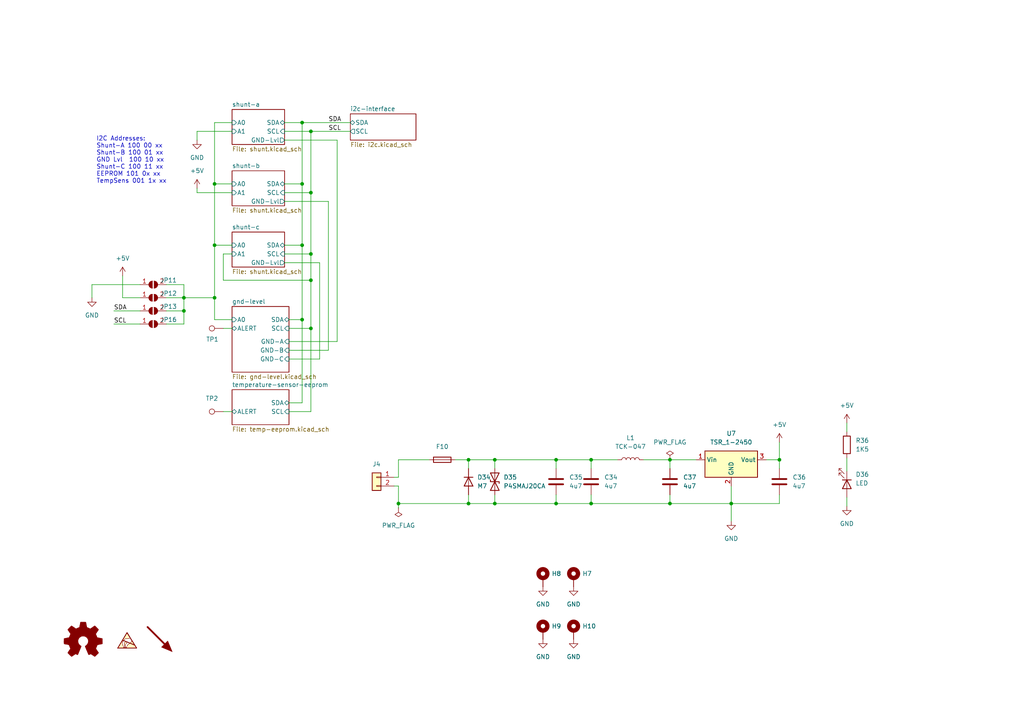
<source format=kicad_sch>
(kicad_sch (version 20211123) (generator eeschema)
  (paper "A4")
  (lib_symbols
    (symbol "Connector:TestPoint" (pin_numbers hide) (pin_names (offset 0.762) hide)
      (property "Reference" "TP" (at 0 6.858 0))
      (property "Value" "TestPoint" (at 0 5.08 0))
      (symbol "TestPoint_0_1"
        (circle (center 0 3.302) (radius 0.762))
      )
      (symbol "TestPoint_1_1"
        (pin passive line (at 0 0 90) (length 2.54) (name "1") (number "1"))
      )
    )
    (symbol "Connector_Generic:Conn_01x02" (pin_names (offset 1.016) hide)
      (property "Reference" "J" (at 0 2.54 0))
      (property "Value" "Conn_01x02" (at 0 -5.08 0))
      (symbol "Conn_01x02_1_1"
        (rectangle (start -1.27 -2.413) (end 0 -2.667) (stroke (width 0.1524)))
        (rectangle (start -1.27 0.127) (end 0 -0.127) (stroke (width 0.1524)))
        (rectangle (start -1.27 1.27) (end 1.27 -3.81) (stroke (width 0.254)) (fill (type background)))
        (pin passive line (at -5.08 0 0) (length 3.81) (name "Pin_1") (number "1"))
        (pin passive line (at -5.08 -2.54 0) (length 3.81) (name "Pin_2") (number "2"))
      )
    )
    (symbol "Device:C" (pin_numbers hide) (pin_names (offset 0.254))
      (property "Reference" "C" (at 0.635 2.54 0))
      (property "Value" "C" (at 0.635 -2.54 0))
      (symbol "C_0_1"
        (polyline (pts (xy -2.032 -0.762) (xy 2.032 -0.762)) (stroke (width 0.508)))
        (polyline (pts (xy -2.032 0.762) (xy 2.032 0.762)) (stroke (width 0.508)))
      )
      (symbol "C_1_1"
        (pin passive line (at 0 3.81 270) (length 2.794) (name "~") (number "1"))
        (pin passive line (at 0 -3.81 90) (length 2.794) (name "~") (number "2"))
      )
    )
    (symbol "Device:D" (pin_numbers hide) (pin_names (offset 1.016) hide)
      (property "Reference" "D" (at 0 2.54 0))
      (property "Value" "D" (at 0 -2.54 0))
      (symbol "D_0_1"
        (polyline (pts (xy -1.27 1.27) (xy -1.27 -1.27)) (stroke (width 0.254)))
        (polyline (pts (xy 1.27 0) (xy -1.27 0)))
        (polyline (pts (xy 1.27 1.27) (xy 1.27 -1.27) (xy -1.27 0) (xy 1.27 1.27)) (stroke (width 0.254)))
      )
      (symbol "D_1_1"
        (pin passive line (at -3.81 0 0) (length 2.54) (name "K") (number "1"))
        (pin passive line (at 3.81 0 180) (length 2.54) (name "A") (number "2"))
      )
    )
    (symbol "Device:D_TVS" (pin_numbers hide) (pin_names (offset 1.016) hide)
      (property "Reference" "D" (at 0 2.54 0))
      (property "Value" "D_TVS" (at 0 -2.54 0))
      (symbol "D_TVS_0_1"
        (polyline (pts (xy 1.27 0) (xy -1.27 0)))
        (polyline (pts (xy 0.508 1.27) (xy 0 1.27) (xy 0 -1.27) (xy -0.508 -1.27)) (stroke (width 0.254)))
        (polyline (pts (xy -2.54 1.27) (xy -2.54 -1.27) (xy 2.54 1.27) (xy 2.54 -1.27) (xy -2.54 1.27)) (stroke (width 0.254)))
      )
      (symbol "D_TVS_1_1"
        (pin passive line (at -3.81 0 0) (length 2.54) (name "A1") (number "1"))
        (pin passive line (at 3.81 0 180) (length 2.54) (name "A2") (number "2"))
      )
    )
    (symbol "Device:Fuse" (pin_numbers hide) (pin_names (offset 0))
      (property "Reference" "F" (at 2.032 0 90))
      (property "Value" "Fuse" (at -1.905 0 90))
      (symbol "Fuse_0_1"
        (rectangle (start -0.762 -2.54) (end 0.762 2.54) (stroke (width 0.254)))
        (polyline (pts (xy 0 2.54) (xy 0 -2.54)))
      )
      (symbol "Fuse_1_1"
        (pin passive line (at 0 3.81 270) (length 1.27) (name "~") (number "1"))
        (pin passive line (at 0 -3.81 90) (length 1.27) (name "~") (number "2"))
      )
    )
    (symbol "Device:L" (pin_numbers hide) (pin_names (offset 1.016) hide)
      (property "Reference" "L" (at -1.27 0 90))
      (property "Value" "L" (at 1.905 0 90))
      (symbol "L_0_1"
        (arc (start 0 -2.54) (mid 0.635 -1.905) (end 0 -1.27))
        (arc (start 0 -1.27) (mid 0.635 -0.635) (end 0 0))
        (arc (start 0 0) (mid 0.635 0.635) (end 0 1.27))
        (arc (start 0 1.27) (mid 0.635 1.905) (end 0 2.54))
      )
      (symbol "L_1_1"
        (pin passive line (at 0 3.81 270) (length 1.27) (name "1") (number "1"))
        (pin passive line (at 0 -3.81 90) (length 1.27) (name "2") (number "2"))
      )
    )
    (symbol "Device:LED" (pin_numbers hide) (pin_names (offset 1.016) hide)
      (property "Reference" "D" (at 0 2.54 0))
      (property "Value" "LED" (at 0 -2.54 0))
      (symbol "LED_0_1"
        (polyline (pts (xy -1.27 -1.27) (xy -1.27 1.27)) (stroke (width 0.254)))
        (polyline (pts (xy -1.27 0) (xy 1.27 0)))
        (polyline (pts (xy 1.27 -1.27) (xy 1.27 1.27) (xy -1.27 0) (xy 1.27 -1.27)) (stroke (width 0.254)))
        (polyline (pts (xy -3.048 -0.762) (xy -4.572 -2.286) (xy -3.81 -2.286) (xy -4.572 -2.286) (xy -4.572 -1.524)))
        (polyline (pts (xy -1.778 -0.762) (xy -3.302 -2.286) (xy -2.54 -2.286) (xy -3.302 -2.286) (xy -3.302 -1.524)))
      )
      (symbol "LED_1_1"
        (pin passive line (at -3.81 0 0) (length 2.54) (name "K") (number "1"))
        (pin passive line (at 3.81 0 180) (length 2.54) (name "A") (number "2"))
      )
    )
    (symbol "Device:R" (pin_numbers hide) (pin_names (offset 0))
      (property "Reference" "R" (at 2.032 0 90))
      (property "Value" "R" (at 0 0 90))
      (symbol "R_0_1"
        (rectangle (start -1.016 -2.54) (end 1.016 2.54) (stroke (width 0.254)))
      )
      (symbol "R_1_1"
        (pin passive line (at 0 3.81 270) (length 1.27) (name "~") (number "1"))
        (pin passive line (at 0 -3.81 90) (length 1.27) (name "~") (number "2"))
      )
    )
    (symbol "Graphic:Logo_Open_Hardware_Small" (pin_names (offset 1.016))
      (symbol "Logo_Open_Hardware_Small_0_1"
        (polyline (pts (xy 3.3528 -4.3434) (xy 3.302 -4.318) (xy 3.175 -4.2418) (xy 2.9972 -4.1148) (xy 2.7686 -3.9624) (xy 2.54 -3.81) (xy 2.3622 -3.7084) (xy 2.2352 -3.6068) (xy 2.1844 -3.5814) (xy 2.159 -3.6068) (xy 2.0574 -3.6576) (xy 1.905 -3.7338) (xy 1.8034 -3.7846) (xy 1.6764 -3.8354) (xy 1.6002 -3.8354) (xy 1.6002 -3.8354) (xy 1.5494 -3.7338) (xy 1.4732 -3.5306) (xy 1.3462 -3.302) (xy 1.2446 -3.0226) (xy 1.1176 -2.7178) (xy 0.9652 -2.413) (xy 0.8636 -2.1082) (xy 0.7366 -1.8288) (xy 0.6604 -1.6256) (xy 0.6096 -1.4732) (xy 0.5842 -1.397) (xy 0.5842 -1.397) (xy 0.6604 -1.3208) (xy 0.7874 -1.2446) (xy 1.0414 -1.016) (xy 1.2954 -0.6858) (xy 1.4478 -0.3302) (xy 1.524 0.0762) (xy 1.4732 0.4572) (xy 1.3208 0.8128) (xy 1.0668 1.143) (xy 0.762 1.3716) (xy 0.4064 1.524) (xy 0 1.5748) (xy -0.381 1.5494) (xy -0.7366 1.397) (xy -1.0668 1.143) (xy -1.2192 0.9906) (xy -1.397 0.6604) (xy -1.524 0.3048) (xy -1.524 0.2286) (xy -1.4986 -0.1778) (xy -1.397 -0.5334) (xy -1.1938 -0.8636) (xy -0.9144 -1.143) (xy -0.8636 -1.1684) (xy -0.7366 -1.27) (xy -0.635 -1.3462) (xy -0.5842 -1.397) (xy -1.0668 -2.5908) (xy -1.143 -2.794) (xy -1.2954 -3.1242) (xy -1.397 -3.4036) (xy -1.4986 -3.6322) (xy -1.5748 -3.7846) (xy -1.6002 -3.8354) (xy -1.6002 -3.8354) (xy -1.651 -3.8354) (xy -1.7272 -3.81) (xy -1.905 -3.7338) (xy -2.0066 -3.683) (xy -2.1336 -3.6068) (xy -2.2098 -3.5814) (xy -2.2606 -3.6068) (xy -2.3622 -3.683) (xy -2.54 -3.81) (xy -2.7686 -3.9624) (xy -2.9718 -4.0894) (xy -3.1496 -4.2164) (xy -3.302 -4.318) (xy -3.3528 -4.3434) (xy -3.3782 -4.3434) (xy -3.429 -4.318) (xy -3.5306 -4.2164) (xy -3.7084 -4.064) (xy -3.937 -3.8354) (xy -3.9624 -3.81) (xy -4.1656 -3.6068) (xy -4.318 -3.4544) (xy -4.4196 -3.3274) (xy -4.445 -3.2766) (xy -4.445 -3.2766) (xy -4.4196 -3.2258) (xy -4.318 -3.0734) (xy -4.2164 -2.8956) (xy -4.064 -2.667) (xy -3.6576 -2.0828) (xy -3.8862 -1.5494) (xy -3.937 -1.3716) (xy -4.0386 -1.1684) (xy -4.0894 -1.0414) (xy -4.1148 -0.9652) (xy -4.191 -0.9398) (xy -4.318 -0.9144) (xy -4.5466 -0.8636) (xy -4.8006 -0.8128) (xy -5.0546 -0.7874) (xy -5.2578 -0.7366) (xy -5.4356 -0.7112) (xy -5.5118 -0.6858) (xy -5.5118 -0.6858) (xy -5.5372 -0.635) (xy -5.5372 -0.5588) (xy -5.5372 -0.4318) (xy -5.5626 -0.2286) (xy -5.5626 0.0762) (xy -5.5626 0.127) (xy -5.5372 0.4064) (xy -5.5372 0.635) (xy -5.5372 0.762) (xy -5.5372 0.8382) (xy -5.5372 0.8382) (xy -5.461 0.8382) (xy -5.3086 0.889) (xy -5.08 0.9144) (xy -4.826 0.9652) (xy -4.8006 0.9906) (xy -4.5466 1.0414) (xy -4.318 1.0668) (xy -4.1656 1.1176) (xy -4.0894 1.143) (xy -4.0894 1.143) (xy -4.0386 1.2446) (xy -3.9624 1.4224) (xy -3.8608 1.6256) (xy -3.7846 1.8288) (xy -3.7084 2.0066) (xy -3.6576 2.159) (xy -3.6322 2.2098) (xy -3.6322 2.2098) (xy -3.683 2.286) (xy -3.7592 2.413) (xy -3.8862 2.5908) (xy -4.064 2.8194) (xy -4.064 2.8448) (xy -4.2164 3.0734) (xy -4.3434 3.2512) (xy -4.4196 3.3782) (xy -4.445 3.4544) (xy -4.445 3.4544) (xy -4.3942 3.5052) (xy -4.2926 3.6322) (xy -4.1148 3.81) (xy -3.937 4.0132) (xy -3.8608 4.064) (xy -3.6576 4.2926) (xy -3.5052 4.4196) (xy -3.4036 4.4958) (xy -3.3528 4.5212) (xy -3.3528 4.5212) (xy -3.302 4.4704) (xy -3.1496 4.3688) (xy -2.9718 4.2418) (xy -2.7432 4.0894) (xy -2.7178 4.0894) (xy -2.4892 3.937) (xy -2.3114 3.81) (xy -2.1844 3.7084) (xy -2.1336 3.683) (xy -2.1082 3.683) (xy -2.032 3.7084) (xy -1.8542 3.7592) (xy -1.6764 3.8354) (xy -1.4732 3.937) (xy -1.27 4.0132) (xy -1.143 4.064) (xy -1.0668 4.1148) (xy -1.0668 4.1148) (xy -1.0414 4.191) (xy -1.016 4.3434) (xy -0.9652 4.572) (xy -0.9144 4.8514) (xy -0.889 4.9022) (xy -0.8382 5.1562) (xy -0.8128 5.3848) (xy -0.7874 5.5372) (xy -0.762 5.588) (xy -0.7112 5.6134) (xy -0.5842 5.6134) (xy -0.4064 5.6134) (xy -0.1524 5.6134) (xy 0.0762 5.6134) (xy 0.3302 5.6134) (xy 0.5334 5.6134) (xy 0.6858 5.588) (xy 0.7366 5.588) (xy 0.7366 5.588) (xy 0.762 5.5118) (xy 0.8128 5.334) (xy 0.8382 5.1054) (xy 0.9144 4.826) (xy 0.9144 4.7752) (xy 0.9652 4.5212) (xy 1.016 4.2926) (xy 1.0414 4.1402) (xy 1.0668 4.0894) (xy 1.0668 4.0894) (xy 1.1938 4.0386) (xy 1.3716 3.9624) (xy 1.5748 3.8608) (xy 2.0828 3.6576) (xy 2.7178 4.0894) (xy 2.7686 4.1402) (xy 2.9972 4.2926) (xy 3.175 4.4196) (xy 3.302 4.4958) (xy 3.3782 4.5212) (xy 3.3782 4.5212) (xy 3.429 4.4704) (xy 3.556 4.3434) (xy 3.7338 4.191) (xy 3.9116 3.9878) (xy 4.064 3.8354) (xy 4.2418 3.6576) (xy 4.3434 3.556) (xy 4.4196 3.4798) (xy 4.4196 3.429) (xy 4.4196 3.4036) (xy 4.3942 3.3274) (xy 4.2926 3.2004) (xy 4.1656 2.9972) (xy 4.0132 2.794) (xy 3.8862 2.5908) (xy 3.7592 2.3876) (xy 3.6576 2.2352) (xy 3.6322 2.159) (xy 3.6322 2.1336) (xy 3.683 2.0066) (xy 3.7592 1.8288) (xy 3.8608 1.6002) (xy 4.064 1.1176) (xy 4.3942 1.0414) (xy 4.5974 1.016) (xy 4.8768 0.9652) (xy 5.1308 0.9144) (xy 5.5372 0.8382) (xy 5.5626 -0.6604) (xy 5.4864 -0.6858) (xy 5.4356 -0.6858) (xy 5.2832 -0.7366) (xy 5.0546 -0.762) (xy 4.8006 -0.8128) (xy 4.5974 -0.8636) (xy 4.3688 -0.9144) (xy 4.2164 -0.9398) (xy 4.1402 -0.9398) (xy 4.1148 -0.9652) (xy 4.064 -1.0668) (xy 3.9878 -1.2446) (xy 3.9116 -1.4478) (xy 3.81 -1.651) (xy 3.7338 -1.8542) (xy 3.683 -2.0066) (xy 3.6576 -2.0828) (xy 3.683 -2.1336) (xy 3.7846 -2.2606) (xy 3.8862 -2.4638) (xy 4.0386 -2.667) (xy 4.191 -2.8956) (xy 4.318 -3.0734) (xy 4.3942 -3.2004) (xy 4.445 -3.2766) (xy 4.4196 -3.3274) (xy 4.3434 -3.429) (xy 4.1656 -3.5814) (xy 3.937 -3.8354) (xy 3.8862 -3.8608) (xy 3.683 -4.064) (xy 3.5306 -4.2164) (xy 3.4036 -4.318) (xy 3.3528 -4.3434)) (fill (type outline)))
      )
    )
    (symbol "Graphic:SYM_Arrow45_XLarge" (pin_names (offset 1.016))
      (symbol "SYM_Arrow45_XLarge_0_1"
        (polyline (pts (xy 3.048 -3.048) (xy -3.556 3.556)) (stroke (width 0.508)))
        (polyline (pts (xy 3.556 -3.556) (xy 0.508 -2.286) (xy 2.286 -0.508) (xy 3.556 -3.556)) (fill (type outline)))
      )
    )
    (symbol "Graphic:SYM_ESD_Small" (pin_names (offset 1.016))
      (symbol "SYM_ESD_Small_0_0"
        (polyline (pts (xy -1.27 0.381) (xy 2.159 -1.016)) (stroke (width 0.254)))
        (polyline (pts (xy -2.667 -1.905) (xy 2.794 -1.905) (xy 0 2.54) (xy -2.667 -1.905)) (stroke (width 0.254)))
        (polyline (pts (xy 2.7432 -1.905) (xy 2.7178 -1.8796) (xy 2.6162 -1.6764) (xy 2.5654 -1.6002) (xy 2.4892 -1.4986) (xy 2.4384 -1.3716) (xy 1.7526 -0.2286) (xy 1.7018 -0.127) (xy 1.6256 -0.0508) (xy 1.6002 0.0508) (xy 1.5494 0.1016) (xy 1.4986 0.2032) (xy 1.4732 0.2286) (xy 1.4732 0.2032) (xy 1.4478 0.2032) (xy 1.3208 0.0762) (xy 1.2954 0.0254) (xy 1.2954 -0.0254) (xy 1.27 -0.0762) (xy 1.2446 -0.1524) (xy 1.143 -0.254) (xy 1.0922 -0.3302) (xy 1.0414 -0.3556) (xy 0.9144 -0.4826) (xy 0.762 -0.5842) (xy 0.6604 -0.6604) (xy 0.508 -0.762) (xy 0.4572 -0.8128) (xy 0.3556 -0.8636) (xy 0.3048 -0.9144) (xy 0.2286 -0.9652) (xy 0.0762 -1.1938) (xy 0.0254 -1.2954) (xy -0.0254 -1.4224) (xy -0.0508 -1.4986) (xy -0.1016 -1.5748) (xy -0.127 -1.651) (xy -0.1778 -1.6764) (xy -0.2032 -1.7272) (xy -0.254 -1.7526) (xy -0.4064 -1.7526) (xy -0.4064 -1.7272) (xy -0.4572 -1.7018) (xy -0.4826 -1.6256) (xy -0.508 -1.524) (xy -0.508 -1.0922) (xy -0.4572 -0.889) (xy -0.4064 -0.8128) (xy -0.254 -0.6604) (xy -0.2032 -0.5842) (xy -0.127 -0.5334) (xy -0.1016 -0.4826) (xy -0.0762 -0.4064) (xy -0.0508 -0.3556) (xy -0.0254 -0.3302) (xy -0.0254 -0.2794) (xy 0 -0.2286) (xy -0.0762 -0.1524) (xy -0.127 -0.127) (xy -0.1524 -0.0762) (xy -0.2032 -0.0508) (xy -0.2286 -0.0254) (xy -0.254 -0.0254) (xy -0.3048 -0.0762) (xy -0.3556 -0.1016) (xy -0.4318 -0.127) (xy -0.4826 -0.1524) (xy -0.5588 -0.2286) (xy -0.6096 -0.254) (xy -0.8382 -0.4826) (xy -0.8128 -0.5588) (xy -0.7874 -0.5842) (xy -0.7874 -0.8636) (xy -0.8128 -0.889) (xy -0.8128 -0.9652) (xy -0.762 -1.016) (xy -0.762 -1.0414) (xy -0.6604 -1.2954) (xy -0.6604 -1.5748) (xy -0.6858 -1.6002) (xy -0.6858 -1.6256) (xy -0.7366 -1.7018) (xy -0.8382 -1.7526) (xy -0.9144 -1.7526) (xy -0.9398 -1.7272) (xy -0.9652 -1.6764) (xy -1.016 -1.6002) (xy -1.0414 -1.524) (xy -1.143 -1.27) (xy -1.2192 -1.0414) (xy -1.27 -0.9652) (xy -1.2954 -0.889) (xy -1.3208 -0.8382) (xy -1.3208 -0.8128) (xy -1.3716 -0.7112) (xy -1.397 -0.5842) (xy -1.397 -0.4826) (xy -1.3716 -0.381) (xy -1.3208 -0.254) (xy -1.2954 -0.2032) (xy -1.1938 -0.0508) (xy -1.0414 0.1524) (xy -0.9906 0.2032) (xy -0.9652 0.254) (xy -0.9144 0.3302) (xy -0.889 0.381) (xy -0.8636 0.381) (xy -0.8128 0.508) (xy -0.6096 0.7112) (xy -0.5334 0.7366) (xy -0.508 0.762) (xy -0.4318 0.762) (xy -0.3556 0.7874) (xy -0.2286 0.8128) (xy -0.1016 0.8128) (xy 0.0508 0.8382) (xy 0.2032 0.8382) (xy 0.3048 0.8636) (xy 0.4826 0.8636) (xy 0.5334 0.889) (xy 0.5842 0.889) (xy 0.6858 0.9398) (xy 0.7112 0.9652) (xy 0.762 0.9906) (xy 0.8128 1.0414) (xy 0.8636 1.0668) (xy 0.889 1.1176) (xy 0.9144 1.143) (xy 0.9144 1.1938) (xy 0.889 1.2192) (xy 0.8636 1.27) (xy 0.8128 1.3462) (xy 0.7112 1.5494) (xy 0.635 1.651) (xy 0.5842 1.7526) (xy 0.508 1.8796) (xy 0.4572 1.9558) (xy 0.381 2.0828) (xy 0.3048 2.1844) (xy 0.254 2.286) (xy 0.2032 2.3622) (xy 0.1778 2.4384) (xy 0.1016 2.5146) (xy 0.1016 2.54) (xy 0.0762 2.5654) (xy 0.0762 2.5908) (xy 0.0254 2.5908) (xy 0.0254 2.5654) (xy -0.0254 2.5146) (xy -0.1016 2.3622) (xy -0.254 2.1336) (xy -0.3048 2.032) (xy -0.4572 1.778) (xy -0.5588 1.6256) (xy -0.762 1.27) (xy -0.889 1.0668) (xy -1.016 0.8382) (xy -1.1684 0.6096) (xy -1.3208 0.3302) (xy -1.397 0.2032) (xy -1.524 -0.0254) (xy -1.778 -0.4318) (xy -1.8796 -0.635) (xy -2.0066 -0.8128) (xy -2.1082 -0.9906) (xy -2.2098 -1.143) (xy -2.286 -1.2954) (xy -2.4384 -1.5494) (xy -2.4892 -1.651) (xy -2.5654 -1.7526) (xy -2.5908 -1.8288) (xy -2.6162 -1.8796) (xy -2.6416 -1.905) (xy -2.6416 -1.9304) (xy 2.7432 -1.9304) (xy 2.7432 -1.905)) (stroke (width 0.127)) (fill (type background)))
      )
    )
    (symbol "Jumper:SolderJumper_2_Open" (pin_names (offset 0) hide)
      (property "Reference" "JP" (at 0 2.032 0))
      (property "Value" "SolderJumper_2_Open" (at 0 -2.54 0))
      (symbol "SolderJumper_2_Open_0_1"
        (arc (start -0.254 1.016) (mid -1.27 0) (end -0.254 -1.016))
        (arc (start -0.254 1.016) (mid -1.27 0) (end -0.254 -1.016) (fill (type outline)))
        (polyline (pts (xy -0.254 1.016) (xy -0.254 -1.016)))
        (polyline (pts (xy 0.254 1.016) (xy 0.254 -1.016)))
        (arc (start 0.254 -1.016) (mid 1.27 0) (end 0.254 1.016))
        (arc (start 0.254 -1.016) (mid 1.27 0) (end 0.254 1.016) (fill (type outline)))
      )
      (symbol "SolderJumper_2_Open_1_1"
        (pin passive line (at -3.81 0 0) (length 2.54) (name "A") (number "1"))
        (pin passive line (at 3.81 0 180) (length 2.54) (name "B") (number "2"))
      )
    )
    (symbol "Mechanical:MountingHole_Pad" (pin_numbers hide) (pin_names (offset 1.016) hide)
      (property "Reference" "H" (at 0 6.35 0))
      (property "Value" "MountingHole_Pad" (at 0 4.445 0))
      (symbol "MountingHole_Pad_0_1"
        (circle (center 0 1.27) (radius 1.27) (stroke (width 1.27)))
      )
      (symbol "MountingHole_Pad_1_1"
        (pin input line (at 0 -2.54 90) (length 2.54) (name "1") (number "1"))
      )
    )
    (symbol "Regulator_Switching:TSR_1-2450"
      (property "Reference" "U" (at -7.62 6.35 0))
      (property "Value" "TSR_1-2450" (at -1.27 6.35 0))
      (symbol "TSR_1-2450_0_1"
        (rectangle (start -7.62 5.08) (end 7.62 -2.54) (stroke (width 0.254)) (fill (type background)))
      )
      (symbol "TSR_1-2450_1_1"
        (pin power_in line (at -10.16 2.54 0) (length 2.54) (name "Vin") (number "1"))
        (pin power_in line (at 0 -5.08 90) (length 2.54) (name "GND") (number "2"))
        (pin power_out line (at 10.16 2.54 180) (length 2.54) (name "Vout") (number "3"))
      )
    )
    (symbol "power:+5V" (power) (pin_names (offset 0))
      (property "Value" "+5V" (at 0 3.556 0))
      (symbol "+5V_0_1"
        (polyline (pts (xy -0.762 1.27) (xy 0 2.54)))
        (polyline (pts (xy 0 0) (xy 0 2.54)))
        (polyline (pts (xy 0 2.54) (xy 0.762 1.27)))
      )
      (symbol "+5V_1_1"
        (pin power_in line (at 0 0 90) (length 0) hide (name "+5V") (number "1"))
      )
    )
    (symbol "power:GND" (power) (pin_names (offset 0))
      (property "Value" "GND" (at 0 -3.81 0))
      (symbol "GND_0_1"
        (polyline (pts (xy 0 0) (xy 0 -1.27) (xy 1.27 -1.27) (xy 0 -2.54) (xy -1.27 -1.27) (xy 0 -1.27)))
      )
      (symbol "GND_1_1"
        (pin power_in line (at 0 0 270) (length 0) hide (name "GND") (number "1"))
      )
    )
    (symbol "power:PWR_FLAG" (power) (pin_numbers hide) (pin_names (offset 0) hide)
      (property "Value" "PWR_FLAG" (at 0 3.81 0))
      (symbol "PWR_FLAG_0_0"
        (pin power_out line (at 0 0 90) (length 0) (name "pwr") (number "1"))
      )
      (symbol "PWR_FLAG_0_1"
        (polyline (pts (xy 0 0) (xy 0 1.27) (xy -1.016 1.905) (xy 0 2.54) (xy 1.016 1.905) (xy 0 1.27)))
      )
    )
  )
  (junction (at 161.29 146.05))
  (junction (at 53.34 86.36))
  (junction (at 194.31 133.35))
  (junction (at 143.51 146.05))
  (junction (at 135.89 133.35))
  (junction (at 115.57 146.05))
  (junction (at 212.09 146.05))
  (junction (at 90.17 38.1))
  (junction (at 62.23 71.12))
  (junction (at 194.31 146.05))
  (junction (at 53.34 90.17))
  (junction (at 171.45 146.05))
  (junction (at 90.17 95.25))
  (junction (at 90.17 55.88))
  (junction (at 62.23 86.36))
  (junction (at 87.63 71.12))
  (junction (at 135.89 146.05))
  (junction (at 62.23 53.34))
  (junction (at 161.29 133.35))
  (junction (at 90.17 73.66))
  (junction (at 90.17 81.28))
  (junction (at 143.51 133.35))
  (junction (at 87.63 35.56))
  (junction (at 87.63 53.34))
  (junction (at 226.06 133.35))
  (junction (at 171.45 133.35))
  (junction (at 87.63 92.71))
  (wire (pts (xy 95.25 101.6) (xy 95.25 58.42)))
  (wire (pts (xy 97.79 40.64) (xy 97.79 99.06)))
  (wire (pts (xy 115.57 133.35) (xy 124.46 133.35)))
  (wire (pts (xy 97.79 99.06) (xy 83.82 99.06)))
  (wire (pts (xy 115.57 146.05) (xy 135.89 146.05)))
  (wire (pts (xy 95.25 58.42) (xy 82.55 58.42)))
  (wire (pts (xy 83.82 101.6) (xy 95.25 101.6)))
  (wire (pts (xy 57.15 55.88) (xy 67.31 55.88)))
  (wire (pts (xy 194.31 133.35) (xy 201.93 133.35)))
  (wire (pts (xy 26.67 82.55) (xy 26.67 86.36)))
  (wire (pts (xy 33.02 90.17) (xy 40.64 90.17)))
  (wire (pts (xy 226.06 128.27) (xy 226.06 133.35)))
  (wire (pts (xy 83.82 92.71) (xy 87.63 92.71)))
  (wire (pts (xy 62.23 53.34) (xy 62.23 71.12)))
  (wire (pts (xy 90.17 81.28) (xy 90.17 95.25)))
  (wire (pts (xy 48.26 93.98) (xy 53.34 93.98)))
  (wire (pts (xy 90.17 73.66) (xy 82.55 73.66)))
  (wire (pts (xy 143.51 143.51) (xy 143.51 146.05)))
  (wire (pts (xy 90.17 119.38) (xy 83.82 119.38)))
  (wire (pts (xy 90.17 38.1) (xy 90.17 55.88)))
  (wire (pts (xy 57.15 54.61) (xy 57.15 55.88)))
  (wire (pts (xy 143.51 133.35) (xy 161.29 133.35)))
  (wire (pts (xy 171.45 133.35) (xy 161.29 133.35)))
  (wire (pts (xy 62.23 71.12) (xy 67.31 71.12)))
  (wire (pts (xy 62.23 35.56) (xy 62.23 53.34)))
  (wire (pts (xy 53.34 82.55) (xy 53.34 86.36)))
  (wire (pts (xy 35.56 86.36) (xy 40.64 86.36)))
  (wire (pts (xy 67.31 95.25) (xy 64.77 95.25)))
  (wire (pts (xy 222.25 133.35) (xy 226.06 133.35)))
  (wire (pts (xy 64.77 81.28) (xy 90.17 81.28)))
  (wire (pts (xy 143.51 133.35) (xy 143.51 135.89)))
  (wire (pts (xy 135.89 143.51) (xy 135.89 146.05)))
  (wire (pts (xy 82.55 76.2) (xy 92.71 76.2)))
  (wire (pts (xy 87.63 53.34) (xy 82.55 53.34)))
  (wire (pts (xy 64.77 73.66) (xy 64.77 81.28)))
  (wire (pts (xy 92.71 76.2) (xy 92.71 104.14)))
  (wire (pts (xy 33.02 93.98) (xy 40.64 93.98)))
  (wire (pts (xy 212.09 146.05) (xy 212.09 151.13)))
  (wire (pts (xy 62.23 92.71) (xy 67.31 92.71)))
  (wire (pts (xy 40.64 82.55) (xy 26.67 82.55)))
  (wire (pts (xy 161.29 143.51) (xy 161.29 146.05)))
  (wire (pts (xy 135.89 133.35) (xy 135.89 135.89)))
  (wire (pts (xy 62.23 53.34) (xy 67.31 53.34)))
  (wire (pts (xy 62.23 35.56) (xy 67.31 35.56)))
  (wire (pts (xy 115.57 140.97) (xy 115.57 146.05)))
  (wire (pts (xy 186.69 133.35) (xy 194.31 133.35)))
  (wire (pts (xy 226.06 133.35) (xy 226.06 135.89)))
  (wire (pts (xy 62.23 86.36) (xy 62.23 92.71)))
  (wire (pts (xy 82.55 38.1) (xy 90.17 38.1)))
  (wire (pts (xy 48.26 90.17) (xy 53.34 90.17)))
  (wire (pts (xy 226.06 143.51) (xy 226.06 146.05)))
  (wire (pts (xy 179.07 133.35) (xy 171.45 133.35)))
  (wire (pts (xy 53.34 93.98) (xy 53.34 90.17)))
  (wire (pts (xy 171.45 146.05) (xy 194.31 146.05)))
  (wire (pts (xy 87.63 53.34) (xy 87.63 71.12)))
  (wire (pts (xy 132.08 133.35) (xy 135.89 133.35)))
  (wire (pts (xy 212.09 140.97) (xy 212.09 146.05)))
  (wire (pts (xy 87.63 71.12) (xy 87.63 92.71)))
  (wire (pts (xy 115.57 138.43) (xy 115.57 133.35)))
  (wire (pts (xy 87.63 71.12) (xy 82.55 71.12)))
  (wire (pts (xy 87.63 116.84) (xy 83.82 116.84)))
  (wire (pts (xy 53.34 86.36) (xy 62.23 86.36)))
  (wire (pts (xy 90.17 55.88) (xy 90.17 73.66)))
  (wire (pts (xy 226.06 146.05) (xy 212.09 146.05)))
  (wire (pts (xy 114.3 140.97) (xy 115.57 140.97)))
  (wire (pts (xy 62.23 71.12) (xy 62.23 86.36)))
  (wire (pts (xy 171.45 133.35) (xy 171.45 135.89)))
  (wire (pts (xy 245.618 144.272) (xy 245.618 146.812)))
  (wire (pts (xy 87.63 35.56) (xy 87.63 53.34)))
  (wire (pts (xy 90.17 95.25) (xy 90.17 119.38)))
  (wire (pts (xy 115.57 146.05) (xy 115.57 147.32)))
  (wire (pts (xy 135.89 133.35) (xy 143.51 133.35)))
  (wire (pts (xy 87.63 92.71) (xy 87.63 116.84)))
  (wire (pts (xy 90.17 95.25) (xy 83.82 95.25)))
  (wire (pts (xy 87.63 35.56) (xy 101.6 35.56)))
  (wire (pts (xy 135.89 146.05) (xy 143.51 146.05)))
  (wire (pts (xy 53.34 90.17) (xy 53.34 86.36)))
  (wire (pts (xy 161.29 133.35) (xy 161.29 135.89)))
  (wire (pts (xy 161.29 146.05) (xy 171.45 146.05)))
  (wire (pts (xy 92.71 104.14) (xy 83.82 104.14)))
  (wire (pts (xy 48.26 82.55) (xy 53.34 82.55)))
  (wire (pts (xy 143.51 146.05) (xy 161.29 146.05)))
  (wire (pts (xy 245.618 132.842) (xy 245.618 136.652)))
  (wire (pts (xy 171.45 143.51) (xy 171.45 146.05)))
  (wire (pts (xy 194.31 146.05) (xy 212.09 146.05)))
  (wire (pts (xy 90.17 73.66) (xy 90.17 81.28)))
  (wire (pts (xy 57.15 40.64) (xy 57.15 38.1)))
  (wire (pts (xy 114.3 138.43) (xy 115.57 138.43)))
  (wire (pts (xy 90.17 55.88) (xy 82.55 55.88)))
  (wire (pts (xy 67.31 73.66) (xy 64.77 73.66)))
  (wire (pts (xy 35.56 80.01) (xy 35.56 86.36)))
  (wire (pts (xy 194.31 133.35) (xy 194.31 135.89)))
  (wire (pts (xy 48.26 86.36) (xy 53.34 86.36)))
  (wire (pts (xy 82.55 35.56) (xy 87.63 35.56)))
  (wire (pts (xy 64.77 119.38) (xy 67.31 119.38)))
  (wire (pts (xy 194.31 146.05) (xy 194.31 143.51)))
  (wire (pts (xy 57.15 38.1) (xy 67.31 38.1)))
  (wire (pts (xy 245.618 122.682) (xy 245.618 125.222)))
  (wire (pts (xy 90.17 38.1) (xy 101.6 38.1)))
  (wire (pts (xy 82.55 40.64) (xy 97.79 40.64)))
  (text "I2C Addresses:\nShunt-A 100 00 xx\nShunt-B 100 01 xx\nGND Lvl  100 10 xx\nShunt-C 100 11 xx\nEEPROM 101 0x xx\nTempSens 001 1x xx" (at 27.94 53.34 0) (effects (font (size 1.27 1.27)) (justify left bottom)))
  (label "SDA" (at 33.02 90.17 0))
  (label "SCL" (at 95.25 38.1 0))
  (label "SCL" (at 33.02 93.98 0))
  (label "SDA" (at 95.25 35.56 0))
  (symbol (lib_id "power:GND") (at 26.67 86.36 0) (unit 1)
    (property "Reference" "#PWR01" (effects hide))
    (property "Value" "GND" (at 26.67 91.44 0))
  )
  (symbol (lib_id "Connector:TestPoint") (at 64.77 95.25 90) (unit 1)
    (property "Reference" "TP1" (at 61.595 98.425 90))
    (property "Value" "TestPoint" (effects hide))
    (property "Footprint" "TestPoint:TestPoint_Pad_1.5x1.5mm" (effects hide))
  )
  (symbol (lib_id "Device:C") (at 226.06 139.7 0) (unit 1)
    (property "Reference" "C36" (at 229.87 138.4299 0) (effects (justify left)))
    (property "Value" "4u7" (at 229.87 140.9699 0) (effects (justify left)))
    (property "Footprint" "Capacitor_SMD:C_1206_3216Metric" (effects hide))
  )
  (symbol (lib_id "power:+5V") (at 226.06 128.27 0) (unit 1)
    (property "Reference" "#PWR010" (effects hide))
    (property "Value" "+5V" (at 226.06 123.19 0))
  )
  (symbol (lib_id "Connector_Generic:Conn_01x02") (at 109.22 138.43 0) (mirror y) (unit 1)
    (property "Reference" "J4" (at 109.22 134.62 0))
    (property "Value" "Conn_01x02" (effects hide))
    (property "Footprint" "TerminalBlock_MetzConnect:TerminalBlock_MetzConnect_Type094_RT03502HBLU_1x02_P5.00mm_Horizontal" (effects hide))
  )
  (symbol (lib_id "power:GND") (at 157.48 170.18 0) (unit 1)
    (property "Reference" "#PWR05" (effects hide))
    (property "Value" "GND" (at 157.48 175.26 0))
  )
  (symbol (lib_id "power:GND") (at 57.15 40.64 0) (unit 1)
    (property "Reference" "#PWR03" (effects hide))
    (property "Value" "GND" (at 57.15 45.72 0))
  )
  (symbol (lib_id "Connector:TestPoint") (at 64.77 119.38 90) (unit 1)
    (property "Reference" "TP2" (at 61.468 115.57 90))
    (property "Value" "TestPoint" (effects hide))
    (property "Footprint" "TestPoint:TestPoint_Pad_1.5x1.5mm" (effects hide))
  )
  (symbol (lib_id "power:GND") (at 157.48 185.42 0) (unit 1)
    (property "Reference" "#PWR06" (effects hide))
    (property "Value" "GND" (at 157.48 190.5 0))
  )
  (symbol (lib_id "Device:LED") (at 245.618 140.462 270) (unit 1)
    (property "Reference" "D36" (at 248.158 137.6044 90) (effects (justify left)))
    (property "Value" "LED" (at 248.158 140.1444 90) (effects (justify left)))
    (property "Footprint" "LED_SMD:LED_0603_1608Metric" (effects hide))
  )
  (symbol (lib_id "Graphic:SYM_ESD_Small") (at 36.83 186.055 0) (unit 1) (in_bom no)
    (property "Reference" "LOGO3" (effects hide))
    (property "Value" "SYM_ESD_Small" (effects hide))
    (property "Footprint" "Symbol:ESD-Logo_6.6x6mm_SilkScreen" (effects hide))
  )
  (symbol (lib_id "power:GND") (at 166.37 170.18 0) (unit 1)
    (property "Reference" "#PWR07" (effects hide))
    (property "Value" "GND" (at 166.37 175.26 0))
  )
  (symbol (lib_id "Jumper:SolderJumper_2_Open") (at 44.45 93.98 0) (unit 1)
    (property "Reference" "JP16" (at 48.895 92.71 0))
    (property "Value" "SolderJumper_2_Open" (effects hide))
    (property "Footprint" "Jumper:SolderJumper-2_P1.3mm_Open_TrianglePad1.0x1.5mm" (effects hide))
  )
  (symbol (lib_id "Mechanical:MountingHole_Pad") (at 166.37 167.64 0) (unit 1)
    (property "Reference" "H7" (at 168.91 166.3699 0) (effects (justify left)))
    (property "Value" "MountingHole_Pad" (effects hide))
    (property "Footprint" "MountingHole:MountingHole_3.2mm_M3_Pad_Via" (effects hide))
  )
  (symbol (lib_id "power:+5V") (at 35.56 80.01 0) (unit 1)
    (property "Reference" "#PWR02" (effects hide))
    (property "Value" "+5V" (at 35.56 74.93 0))
  )
  (symbol (lib_id "Device:C") (at 194.31 139.7 0) (unit 1)
    (property "Reference" "C37" (at 198.12 138.4299 0) (effects (justify left)))
    (property "Value" "4u7" (at 198.12 140.9699 0) (effects (justify left)))
    (property "Footprint" "Capacitor_SMD:C_1206_3216Metric" (effects hide))
  )
  (symbol (lib_id "Device:L") (at 182.88 133.35 90) (unit 1)
    (property "Reference" "L1" (at 182.88 127 90))
    (property "Value" "TCK-047" (at 182.88 129.54 90))
    (property "Footprint" "Inductor_SMD:L_TracoPower_TCK-047_5.2x5.8mm" (effects hide))
  )
  (symbol (lib_id "power:GND") (at 166.37 185.42 0) (unit 1)
    (property "Reference" "#PWR08" (effects hide))
    (property "Value" "GND" (at 166.37 190.5 0))
  )
  (symbol (lib_id "power:PWR_FLAG") (at 194.31 133.35 0) (unit 1)
    (property "Reference" "#FLG02" (effects hide))
    (property "Value" "PWR_FLAG" (at 194.31 128.27 0))
  )
  (symbol (lib_id "Regulator_Switching:TSR_1-2450") (at 212.09 135.89 0) (unit 1)
    (property "Reference" "U7" (at 212.09 125.73 0))
    (property "Value" "TSR_1-2450" (at 212.09 128.27 0))
    (property "Footprint" "Converter_DCDC:Converter_DCDC_TRACO_TSR-1_THT" (effects hide))
    (property "Datasheet" "http://www.tracopower.com/products/tsr1.pdf" (effects hide))
  )
  (symbol (lib_id "Jumper:SolderJumper_2_Open") (at 44.45 90.17 0) (unit 1)
    (property "Reference" "JP13" (at 48.895 88.9 0))
    (property "Value" "SolderJumper_2_Open" (effects hide))
    (property "Footprint" "Jumper:SolderJumper-2_P1.3mm_Open_TrianglePad1.0x1.5mm" (effects hide))
  )
  (symbol (lib_id "power:GND") (at 245.618 146.812 0) (unit 1)
    (property "Reference" "#PWR012" (effects hide))
    (property "Value" "GND" (at 245.618 151.892 0))
  )
  (symbol (lib_id "Device:R") (at 245.618 129.032 0) (unit 1)
    (property "Reference" "R36" (at 248.158 127.7619 0) (effects (justify left)))
    (property "Value" "1K5" (at 248.158 130.3019 0) (effects (justify left)))
    (property "Footprint" "Resistor_SMD:R_0603_1608Metric" (effects hide))
  )
  (symbol (lib_id "power:+5V") (at 245.618 122.682 0) (unit 1)
    (property "Reference" "#PWR011" (effects hide))
    (property "Value" "+5V" (at 245.618 117.602 0))
  )
  (symbol (lib_id "Graphic:SYM_Arrow45_XLarge") (at 46.355 185.42 0) (unit 1) (in_bom no)
    (property "Reference" "LOGO2" (effects hide))
    (property "Value" "SYM_Arrow45_XLarge" (effects hide))
    (property "Footprint" "Symbol:KiCad-Logo2_5mm_SilkScreen" (effects hide))
  )
  (symbol (lib_id "power:PWR_FLAG") (at 115.57 147.32 180) (unit 1)
    (property "Reference" "#FLG01" (effects hide))
    (property "Value" "PWR_FLAG" (at 115.57 152.4 0))
  )
  (symbol (lib_id "power:GND") (at 212.09 151.13 0) (unit 1)
    (property "Reference" "#PWR09" (effects hide))
    (property "Value" "GND" (at 212.09 156.21 0))
  )
  (symbol (lib_id "Device:C") (at 171.45 139.7 0) (unit 1)
    (property "Reference" "C34" (at 175.26 138.4299 0) (effects (justify left)))
    (property "Value" "4u7" (at 175.26 140.9699 0) (effects (justify left)))
    (property "Footprint" "Capacitor_SMD:C_1206_3216Metric" (effects hide))
  )
  (symbol (lib_id "Mechanical:MountingHole_Pad") (at 157.48 167.64 0) (unit 1)
    (property "Reference" "H8" (at 160.02 166.3699 0) (effects (justify left)))
    (property "Value" "MountingHole_Pad" (effects hide))
    (property "Footprint" "MountingHole:MountingHole_3.2mm_M3_Pad_Via" (effects hide))
  )
  (symbol (lib_id "Jumper:SolderJumper_2_Open") (at 44.45 82.55 0) (unit 1)
    (property "Reference" "JP11" (at 48.895 81.28 0))
    (property "Value" "SolderJumper_2_Open" (effects hide))
    (property "Footprint" "Jumper:SolderJumper-2_P1.3mm_Open_TrianglePad1.0x1.5mm" (effects hide))
  )
  (symbol (lib_id "Mechanical:MountingHole_Pad") (at 157.48 182.88 0) (unit 1)
    (property "Reference" "H9" (at 160.02 181.6099 0) (effects (justify left)))
    (property "Value" "MountingHole_Pad" (effects hide))
    (property "Footprint" "MountingHole:MountingHole_3.2mm_M3_Pad_Via" (effects hide))
  )
  (symbol (lib_id "Device:Fuse") (at 128.27 133.35 90) (unit 1)
    (property "Reference" "F10" (at 128.27 129.54 90))
    (property "Value" "Fuse_Small" (effects hide))
    (property "Footprint" "Fuse:Fuse_1206_3216Metric_Pad1.42x1.75mm_HandSolder" (effects hide))
  )
  (symbol (lib_id "Jumper:SolderJumper_2_Open") (at 44.45 86.36 0) (unit 1)
    (property "Reference" "JP12" (at 48.895 85.09 0))
    (property "Value" "SolderJumper_2_Open" (effects hide))
    (property "Footprint" "Jumper:SolderJumper-2_P1.3mm_Open_TrianglePad1.0x1.5mm" (effects hide))
  )
  (symbol (lib_id "Device:D") (at 135.89 139.7 270) (unit 1)
    (property "Reference" "D34" (at 138.43 138.4299 90) (effects (justify left)))
    (property "Value" "M7" (at 138.43 140.9699 90) (effects (justify left)))
    (property "Footprint" "Diode_SMD:D_SMA" (effects hide))
  )
  (symbol (lib_id "Device:C") (at 161.29 139.7 0) (unit 1)
    (property "Reference" "C35" (at 165.1 138.4299 0) (effects (justify left)))
    (property "Value" "4u7" (at 165.1 140.9699 0) (effects (justify left)))
    (property "Footprint" "Capacitor_SMD:C_1206_3216Metric" (effects hide))
  )
  (symbol (lib_id "power:+5V") (at 57.15 54.61 0) (unit 1)
    (property "Reference" "#PWR04" (effects hide))
    (property "Value" "+5V" (at 57.15 49.53 0))
  )
  (symbol (lib_id "Mechanical:MountingHole_Pad") (at 166.37 182.88 0) (unit 1)
    (property "Reference" "H10" (at 168.91 181.6099 0) (effects (justify left)))
    (property "Value" "MountingHole_Pad" (effects hide))
    (property "Footprint" "MountingHole:MountingHole_3.2mm_M3_Pad_Via" (effects hide))
  )
  (symbol (lib_id "Graphic:Logo_Open_Hardware_Small") (at 24.13 186.055 0) (unit 1) (in_bom no)
    (property "Reference" "LOGO1" (effects hide))
    (property "Value" "Logo_Open_Hardware_Small" (effects hide))
    (property "Footprint" "Symbol:OSHW-Logo2_14.6x12mm_SilkScreen" (effects hide))
  )
  (symbol (lib_id "Device:D_TVS") (at 143.51 139.7 90) (unit 1)
    (property "Reference" "D35" (at 146.05 138.4299 90) (effects (justify right)))
    (property "Value" "P4SMAJ20CA" (at 146.05 140.9699 90) (effects (justify right)))
    (property "Footprint" "Diode_SMD:D_SMA" (effects hide))
  )
  (sheet (at 67.31 113.03) (size 16.51 10.16) (stroke (width 0.1524))
    (property "Sheet name" "temperature-sensor-eeprom" (at 67.31 112.3184 0) (effects (justify left bottom)))
    (property "Sheet file" "temp-eeprom.kicad_sch" (at 67.31 123.7746 0) (effects (justify left top)))
    (pin "SCL" input (at 83.82 119.38 0))
    (pin "SDA" bidirectional (at 83.82 116.84 0))
    (pin "ALERT" bidirectional (at 67.31 119.38 180))
  )
  (sheet (at 67.31 67.31) (size 15.24 10.16) (stroke (width 0.1524))
    (property "Sheet name" "shunt-c" (at 67.31 66.5984 0) (effects (justify left bottom)))
    (property "Sheet file" "shunt.kicad_sch" (at 67.31 78.0546 0) (effects (justify left top)))
    (pin "SDA" bidirectional (at 82.55 71.12 0))
    (pin "A1" input (at 67.31 73.66 180))
    (pin "A0" input (at 67.31 71.12 180))
    (pin "SCL" input (at 82.55 73.66 0))
    (pin "GND-Lvl" output (at 82.55 76.2 0))
  )
  (sheet (at 101.6 33.02) (size 19.05 7.62) (stroke (width 0.1524))
    (property "Sheet name" "i2c-interface" (at 101.6 32.3084 0) (effects (justify left bottom)))
    (property "Sheet file" "i2c.kicad_sch" (at 101.6 41.2246 0) (effects (justify left top)))
    (pin "SDA" bidirectional (at 101.6 35.56 180))
    (pin "SCL" output (at 101.6 38.1 180))
  )
  (sheet (at 67.31 49.53) (size 15.24 10.16) (stroke (width 0.1524))
    (property "Sheet name" "shunt-b" (at 67.31 48.8184 0) (effects (justify left bottom)))
    (property "Sheet file" "shunt.kicad_sch" (at 67.31 60.2746 0) (effects (justify left top)))
    (pin "SDA" bidirectional (at 82.55 53.34 0))
    (pin "A1" input (at 67.31 55.88 180))
    (pin "A0" input (at 67.31 53.34 180))
    (pin "SCL" input (at 82.55 55.88 0))
    (pin "GND-Lvl" output (at 82.55 58.42 0))
  )
  (sheet (at 67.31 88.9) (size 16.51 19.05) (stroke (width 0.1524))
    (property "Sheet name" "gnd-level" (at 67.31 88.1884 0) (effects (justify left bottom)))
    (property "Sheet file" "gnd-level.kicad_sch" (at 67.31 108.5346 0) (effects (justify left top)))
    (pin "SDA" bidirectional (at 83.82 92.71 0))
    (pin "SCL" input (at 83.82 95.25 0))
    (pin "A0" input (at 67.31 92.71 180))
    (pin "ALERT" bidirectional (at 67.31 95.25 180))
    (pin "GND-A" input (at 83.82 99.06 0))
    (pin "GND-B" input (at 83.82 101.6 0))
    (pin "GND-C" input (at 83.82 104.14 0))
  )
  (sheet (at 67.31 31.75) (size 15.24 10.16) (stroke (width 0.1524))
    (property "Sheet name" "shunt-a" (at 67.31 31.0384 0) (effects (justify left bottom)))
    (property "Sheet file" "shunt.kicad_sch" (at 67.31 42.4946 0) (effects (justify left top)))
    (pin "SDA" bidirectional (at 82.55 35.56 0))
    (pin "A1" input (at 67.31 38.1 180))
    (pin "A0" input (at 67.31 35.56 180))
    (pin "SCL" input (at 82.55 38.1 0))
    (pin "GND-Lvl" output (at 82.55 40.64 0))
  )
)
</source>
